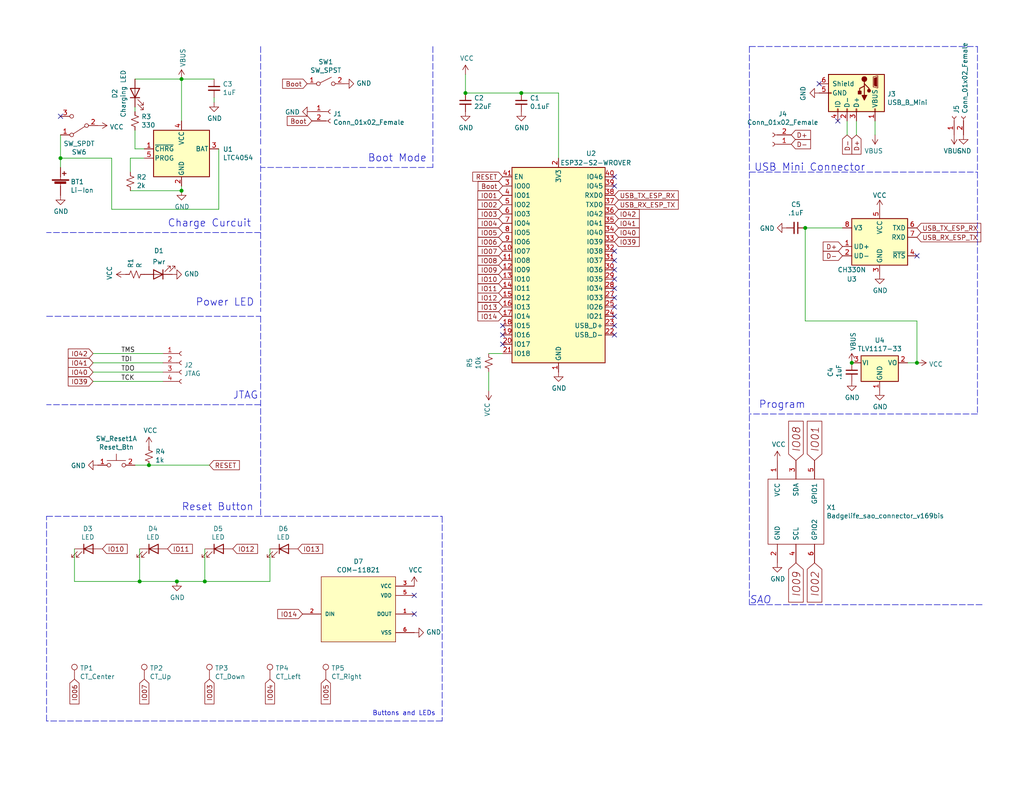
<source format=kicad_sch>
(kicad_sch (version 20211123) (generator eeschema)
  (paper "USLetter")
  (title_block (title "Prospect Boards") (date "2021-10-02") (rev "1.1") (company "BadgePirates") (comment 1 "ESP32-S2 WROVER") (comment 2 "Li-Ion Charging") (comment 3 "USB to Serial Connector"))
  (lib_symbols
    (symbol "Battery_Management:LTC4054ES5-4.2" (pin_names (offset 0.254))
      (property "Reference" "U" (at -5.842 6.604 0))
      (property "Value" "LTC4054ES5-4.2" (at 1.524 6.604 0))
      (symbol "LTC4054ES5-4.2_0_1"
        (rectangle (start -7.62 5.08) (end 7.62 -7.62) (stroke (width 0.254)) (fill (type background)))
      )
      (symbol "LTC4054ES5-4.2_1_1"
        (pin open_collector line (at -10.16 0 0) (length 2.54) (name "~{CHRG}") (number "1"))
        (pin power_in line (at 0 -10.16 90) (length 2.54) (name "GND") (number "2"))
        (pin power_out line (at 10.16 0 180) (length 2.54) (name "BAT") (number "3"))
        (pin power_in line (at 0 7.62 270) (length 2.54) (name "VCC") (number "4"))
        (pin bidirectional line (at -10.16 -2.54 0) (length 2.54) (name "PROG") (number "5"))
      )
    )
    (symbol "Connector:Conn_01x02_Female" (pin_names (offset 1.016) hide)
      (property "Reference" "J" (at 0 2.54 0))
      (property "Value" "Conn_01x02_Female" (at 0 -5.08 0))
      (symbol "Conn_01x02_Female_1_1"
        (arc (start 0 -2.032) (mid -0.508 -2.54) (end 0 -3.048) (stroke (width 0.1524)))
        (polyline (pts (xy -1.27 -2.54) (xy -0.508 -2.54)) (stroke (width 0.1524)))
        (polyline (pts (xy -1.27 0) (xy -0.508 0)) (stroke (width 0.1524)))
        (arc (start 0 0.508) (mid -0.508 0) (end 0 -0.508) (stroke (width 0.1524)))
        (pin passive line (at -5.08 0 0) (length 3.81) (name "Pin_1") (number "1"))
        (pin passive line (at -5.08 -2.54 0) (length 3.81) (name "Pin_2") (number "2"))
      )
    )
    (symbol "Connector:Conn_01x04_Female" (pin_names (offset 1.016) hide)
      (property "Reference" "J" (at 0 5.08 0))
      (property "Value" "Conn_01x04_Female" (at 0 -7.62 0))
      (symbol "Conn_01x04_Female_1_1"
        (arc (start 0 -4.572) (mid -0.508 -5.08) (end 0 -5.588) (stroke (width 0.1524)))
        (arc (start 0 -2.032) (mid -0.508 -2.54) (end 0 -3.048) (stroke (width 0.1524)))
        (polyline (pts (xy -1.27 -5.08) (xy -0.508 -5.08)) (stroke (width 0.1524)))
        (polyline (pts (xy -1.27 -2.54) (xy -0.508 -2.54)) (stroke (width 0.1524)))
        (polyline (pts (xy -1.27 0) (xy -0.508 0)) (stroke (width 0.1524)))
        (polyline (pts (xy -1.27 2.54) (xy -0.508 2.54)) (stroke (width 0.1524)))
        (arc (start 0 0.508) (mid -0.508 0) (end 0 -0.508) (stroke (width 0.1524)))
        (arc (start 0 3.048) (mid -0.508 2.54) (end 0 2.032) (stroke (width 0.1524)))
        (pin passive line (at -5.08 2.54 0) (length 3.81) (name "Pin_1") (number "1"))
        (pin passive line (at -5.08 0 0) (length 3.81) (name "Pin_2") (number "2"))
        (pin passive line (at -5.08 -2.54 0) (length 3.81) (name "Pin_3") (number "3"))
        (pin passive line (at -5.08 -5.08 0) (length 3.81) (name "Pin_4") (number "4"))
      )
    )
    (symbol "Connector:TestPoint" (pin_numbers hide) (pin_names (offset 0.762) hide)
      (property "Reference" "TP" (at 0 6.858 0))
      (property "Value" "TestPoint" (at 0 5.08 0))
      (symbol "TestPoint_0_1"
        (circle (center 0 3.302) (radius 0.762))
      )
      (symbol "TestPoint_1_1"
        (pin passive line (at 0 0 90) (length 2.54) (name "1") (number "1"))
      )
    )
    (symbol "Connector:USB_B_Mini" (pin_names (offset 1.016))
      (property "Reference" "J" (at -5.08 11.43 0))
      (property "Value" "USB_B_Mini" (at -5.08 8.89 0))
      (symbol "USB_B_Mini_0_1"
        (rectangle (start -5.08 -7.62) (end 5.08 7.62) (stroke (width 0.254)) (fill (type background)))
        (circle (center -3.81 2.159) (radius 0.635) (stroke (width 0.254)) (fill (type outline)))
        (circle (center -0.635 3.429) (radius 0.381) (stroke (width 0.254)) (fill (type outline)))
        (rectangle (start -0.127 -7.62) (end 0.127 -6.858))
        (polyline (pts (xy -1.905 2.159) (xy 0.635 2.159)) (stroke (width 0.254)))
        (polyline (pts (xy -3.175 2.159) (xy -2.54 2.159) (xy -1.27 3.429) (xy -0.635 3.429)) (stroke (width 0.254)))
        (polyline (pts (xy -2.54 2.159) (xy -1.905 2.159) (xy -1.27 0.889) (xy 0 0.889)) (stroke (width 0.254)))
        (polyline (pts (xy 0.635 2.794) (xy 0.635 1.524) (xy 1.905 2.159) (xy 0.635 2.794)) (stroke (width 0.254)) (fill (type outline)))
        (polyline (pts (xy -4.318 5.588) (xy -1.778 5.588) (xy -2.032 4.826) (xy -4.064 4.826) (xy -4.318 5.588)) (fill (type outline)))
        (polyline (pts (xy -4.699 5.842) (xy -4.699 5.588) (xy -4.445 4.826) (xy -4.445 4.572) (xy -1.651 4.572) (xy -1.651 4.826) (xy -1.397 5.588) (xy -1.397 5.842) (xy -4.699 5.842)))
        (rectangle (start 0.254 1.27) (end -0.508 0.508) (stroke (width 0.254)) (fill (type outline)))
        (rectangle (start 5.08 -5.207) (end 4.318 -4.953))
        (rectangle (start 5.08 -2.667) (end 4.318 -2.413))
        (rectangle (start 5.08 -0.127) (end 4.318 0.127))
        (rectangle (start 5.08 4.953) (end 4.318 5.207))
      )
      (symbol "USB_B_Mini_1_1"
        (pin power_out line (at 7.62 5.08 180) (length 2.54) (name "VBUS") (number "1"))
        (pin bidirectional line (at 7.62 -2.54 180) (length 2.54) (name "D-") (number "2"))
        (pin bidirectional line (at 7.62 0 180) (length 2.54) (name "D+") (number "3"))
        (pin passive line (at 7.62 -5.08 180) (length 2.54) (name "ID") (number "4"))
        (pin power_out line (at 0 -10.16 90) (length 2.54) (name "GND") (number "5"))
        (pin passive line (at -2.54 -10.16 90) (length 2.54) (name "Shield") (number "6"))
      )
    )
    (symbol "Device:Battery_Cell" (pin_numbers hide) (pin_names (offset 0) hide)
      (property "Reference" "BT" (at 2.54 2.54 0))
      (property "Value" "Battery_Cell" (at 2.54 0 0))
      (symbol "Battery_Cell_0_1"
        (rectangle (start -2.286 1.778) (end 2.286 1.524) (fill (type outline)))
        (rectangle (start -1.5748 1.1938) (end 1.4732 0.6858) (fill (type outline)))
        (polyline (pts (xy 0 0.762) (xy 0 0)))
        (polyline (pts (xy 0 1.778) (xy 0 2.54)))
        (polyline (pts (xy 0.508 3.429) (xy 1.524 3.429)) (stroke (width 0.254)))
        (polyline (pts (xy 1.016 3.937) (xy 1.016 2.921)) (stroke (width 0.254)))
      )
      (symbol "Battery_Cell_1_1"
        (pin passive line (at 0 5.08 270) (length 2.54) (name "+") (number "1"))
        (pin passive line (at 0 -2.54 90) (length 2.54) (name "-") (number "2"))
      )
    )
    (symbol "Device:C_Small" (pin_numbers hide) (pin_names (offset 0.254) hide)
      (property "Reference" "C" (at 0.254 1.778 0))
      (property "Value" "C_Small" (at 0.254 -2.032 0))
      (symbol "C_Small_0_1"
        (polyline (pts (xy -1.524 -0.508) (xy 1.524 -0.508)) (stroke (width 0.3302)))
        (polyline (pts (xy -1.524 0.508) (xy 1.524 0.508)) (stroke (width 0.3048)))
      )
      (symbol "C_Small_1_1"
        (pin passive line (at 0 2.54 270) (length 2.032) (name "~") (number "1"))
        (pin passive line (at 0 -2.54 90) (length 2.032) (name "~") (number "2"))
      )
    )
    (symbol "Device:LED" (pin_numbers hide) (pin_names (offset 1.016) hide)
      (property "Reference" "D" (at 0 2.54 0))
      (property "Value" "LED" (at 0 -2.54 0))
      (symbol "LED_0_1"
        (polyline (pts (xy -1.27 -1.27) (xy -1.27 1.27)) (stroke (width 0.254)))
        (polyline (pts (xy -1.27 0) (xy 1.27 0)))
        (polyline (pts (xy 1.27 -1.27) (xy 1.27 1.27) (xy -1.27 0) (xy 1.27 -1.27)) (stroke (width 0.254)))
        (polyline (pts (xy -3.048 -0.762) (xy -4.572 -2.286) (xy -3.81 -2.286) (xy -4.572 -2.286) (xy -4.572 -1.524)))
        (polyline (pts (xy -1.778 -0.762) (xy -3.302 -2.286) (xy -2.54 -2.286) (xy -3.302 -2.286) (xy -3.302 -1.524)))
      )
      (symbol "LED_1_1"
        (pin passive line (at -3.81 0 0) (length 2.54) (name "K") (number "1"))
        (pin passive line (at 3.81 0 180) (length 2.54) (name "A") (number "2"))
      )
    )
    (symbol "Device:R_Small_US" (pin_numbers hide) (pin_names (offset 0.254) hide)
      (property "Reference" "R" (at 0.762 0.508 0))
      (property "Value" "R_Small_US" (at 0.762 -1.016 0))
      (symbol "R_Small_US_1_1"
        (polyline (pts (xy 0 0) (xy 1.016 -0.381) (xy 0 -0.762) (xy -1.016 -1.143) (xy 0 -1.524)))
        (polyline (pts (xy 0 1.524) (xy 1.016 1.143) (xy 0 0.762) (xy -1.016 0.381) (xy 0 0)))
        (pin passive line (at 0 2.54 270) (length 1.016) (name "~") (number "1"))
        (pin passive line (at 0 -2.54 90) (length 1.016) (name "~") (number "2"))
      )
    )
    (symbol "Interface_USB:CH330N"
      (property "Reference" "U" (at -7.62 6.35 0))
      (property "Value" "CH330N" (at 7.62 6.35 0))
      (symbol "CH330N_0_1"
        (rectangle (start -7.62 5.08) (end 7.62 -7.62) (stroke (width 0.254)) (fill (type background)))
      )
      (symbol "CH330N_1_1"
        (pin bidirectional line (at -10.16 -2.54 0) (length 2.54) (name "UD+") (number "1"))
        (pin bidirectional line (at -10.16 -5.08 0) (length 2.54) (name "UD-") (number "2"))
        (pin power_in line (at 0 -10.16 90) (length 2.54) (name "GND") (number "3"))
        (pin output line (at 10.16 -5.08 180) (length 2.54) (name "~{RTS}") (number "4"))
        (pin power_in line (at 0 7.62 270) (length 2.54) (name "VCC") (number "5"))
        (pin output line (at 10.16 2.54 180) (length 2.54) (name "TXD") (number "6"))
        (pin input line (at 10.16 0 180) (length 2.54) (name "RXD") (number "7"))
        (pin passive line (at -10.16 2.54 0) (length 2.54) (name "V3") (number "8"))
      )
    )
    (symbol "ProspectBoards-rescue:Badgelife_sao_connector_v169bis-ShittyAddOn" (pin_names (offset 1.016))
      (property "Reference" "X" (at 0 0 0))
      (property "Value" "Badgelife_sao_connector_v169bis-ShittyAddOn" (at 0 20.32 0))
      (symbol "Badgelife_sao_connector_v169bis-ShittyAddOn_0_1"
        (rectangle (start -7.62 8.89) (end 7.62 -8.89))
      )
      (symbol "Badgelife_sao_connector_v169bis-ShittyAddOn_1_1"
        (pin input line (at -5.08 13.97 270) (length 5.08) (name "VCC") (number "1"))
        (pin input line (at -5.08 -13.97 90) (length 5.08) (name "GND") (number "2"))
        (pin input line (at 0 13.97 270) (length 5.08) (name "SDA") (number "3"))
        (pin input line (at 0 -13.97 90) (length 5.08) (name "SCL") (number "4"))
        (pin input line (at 5.08 13.97 270) (length 5.08) (name "GPIO1") (number "5"))
        (pin input line (at 5.08 -13.97 90) (length 5.08) (name "GPIO2") (number "6"))
      )
    )
    (symbol "RF_Module:ESP32-S2-WROVER"
      (property "Reference" "U" (at -12.7 29.21 0))
      (property "Value" "ESP32-S2-WROVER" (at 2.54 29.21 0))
      (symbol "ESP32-S2-WROVER_0_1"
        (rectangle (start -12.7 27.94) (end 12.7 -25.4) (stroke (width 0.254)) (fill (type background)))
      )
      (symbol "ESP32-S2-WROVER_1_1"
        (pin power_in line (at 0 -27.94 90) (length 2.54) (name "GND") (number "1"))
        (pin bidirectional line (at -15.24 5.08 0) (length 2.54) (name "IO07") (number "10"))
        (pin bidirectional line (at -15.24 2.54 0) (length 2.54) (name "IO08") (number "11"))
        (pin bidirectional line (at -15.24 0 0) (length 2.54) (name "IO09") (number "12"))
        (pin bidirectional line (at -15.24 -2.54 0) (length 2.54) (name "IO10") (number "13"))
        (pin bidirectional line (at -15.24 -5.08 0) (length 2.54) (name "IO11") (number "14"))
        (pin bidirectional line (at -15.24 -7.62 0) (length 2.54) (name "IO12") (number "15"))
        (pin bidirectional line (at -15.24 -10.16 0) (length 2.54) (name "IO13") (number "16"))
        (pin bidirectional line (at -15.24 -12.7 0) (length 2.54) (name "IO14") (number "17"))
        (pin bidirectional line (at -15.24 -15.24 0) (length 2.54) (name "IO15") (number "18"))
        (pin bidirectional line (at -15.24 -17.78 0) (length 2.54) (name "IO16") (number "19"))
        (pin power_in line (at 0 30.48 270) (length 2.54) (name "3V3") (number "2"))
        (pin bidirectional line (at -15.24 -20.32 0) (length 2.54) (name "IO17") (number "20"))
        (pin bidirectional line (at -15.24 -22.86 0) (length 2.54) (name "IO18") (number "21"))
        (pin bidirectional line (at 15.24 -17.78 180) (length 2.54) (name "USB_D-") (number "22"))
        (pin bidirectional line (at 15.24 -15.24 180) (length 2.54) (name "USB_D+") (number "23"))
        (pin bidirectional line (at 15.24 -12.7 180) (length 2.54) (name "IO21") (number "24"))
        (pin bidirectional line (at 15.24 -10.16 180) (length 2.54) (name "IO26") (number "25"))
        (pin passive line (at 0 -27.94 90) (length 2.54) hide (name "GND") (number "26"))
        (pin bidirectional line (at 15.24 -7.62 180) (length 2.54) (name "IO33") (number "27"))
        (pin bidirectional line (at 15.24 -5.08 180) (length 2.54) (name "IO34") (number "28"))
        (pin bidirectional line (at 15.24 -2.54 180) (length 2.54) (name "IO35") (number "29"))
        (pin bidirectional line (at -15.24 22.86 0) (length 2.54) (name "IO00") (number "3"))
        (pin bidirectional line (at 15.24 0 180) (length 2.54) (name "IO36") (number "30"))
        (pin bidirectional line (at 15.24 2.54 180) (length 2.54) (name "IO37") (number "31"))
        (pin bidirectional line (at 15.24 5.08 180) (length 2.54) (name "IO38") (number "32"))
        (pin bidirectional line (at 15.24 7.62 180) (length 2.54) (name "IO39") (number "33"))
        (pin bidirectional line (at 15.24 10.16 180) (length 2.54) (name "IO40") (number "34"))
        (pin bidirectional line (at 15.24 12.7 180) (length 2.54) (name "IO41") (number "35"))
        (pin bidirectional line (at 15.24 15.24 180) (length 2.54) (name "IO42") (number "36"))
        (pin bidirectional line (at 15.24 17.78 180) (length 2.54) (name "TXD0") (number "37"))
        (pin bidirectional line (at 15.24 20.32 180) (length 2.54) (name "RXD0") (number "38"))
        (pin bidirectional line (at 15.24 22.86 180) (length 2.54) (name "IO45") (number "39"))
        (pin bidirectional line (at -15.24 20.32 0) (length 2.54) (name "IO01") (number "4"))
        (pin input line (at 15.24 25.4 180) (length 2.54) (name "IO46") (number "40"))
        (pin input line (at -15.24 25.4 0) (length 2.54) (name "EN") (number "41"))
        (pin passive line (at 0 -27.94 90) (length 2.54) hide (name "GND") (number "42"))
        (pin passive line (at 0 -27.94 90) (length 2.54) hide (name "GND") (number "43"))
        (pin bidirectional line (at -15.24 17.78 0) (length 2.54) (name "IO02") (number "5"))
        (pin bidirectional line (at -15.24 15.24 0) (length 2.54) (name "IO03") (number "6"))
        (pin bidirectional line (at -15.24 12.7 0) (length 2.54) (name "IO04") (number "7"))
        (pin bidirectional line (at -15.24 10.16 0) (length 2.54) (name "IO05") (number "8"))
        (pin bidirectional line (at -15.24 7.62 0) (length 2.54) (name "IO06") (number "9"))
      )
    )
    (symbol "RGBLED:COM-11821" (pin_names (offset 1.016))
      (property "Reference" "D" (at -10.16 10.922 0))
      (property "Value" "RGBLED_COM-11821" (at -10.16 -10.16 0))
      (symbol "COM-11821_0_0"
        (rectangle (start -10.16 -7.62) (end 10.16 10.16) (stroke (width 0.1524)) (fill (type background)))
        (pin output line (at 15.24 0 180) (length 5.08) (name "DOUT") (number "1"))
        (pin input line (at -15.24 0 0) (length 5.08) (name "DIN") (number "2"))
        (pin power_in line (at 15.24 7.62 180) (length 5.08) (name "VCC") (number "3"))
        (pin power_in line (at 15.24 5.08 180) (length 5.08) (name "VDD") (number "5"))
        (pin power_in line (at 15.24 -5.08 180) (length 5.08) (name "VSS") (number "6"))
      )
    )
    (symbol "Regulator_Linear:TLV1117-33" (pin_names (offset 0.254))
      (property "Reference" "U" (at -3.81 3.175 0))
      (property "Value" "TLV1117-33" (at 0 3.175 0))
      (symbol "TLV1117-33_0_1"
        (rectangle (start -5.08 -5.08) (end 5.08 1.905) (stroke (width 0.254)) (fill (type background)))
      )
      (symbol "TLV1117-33_1_1"
        (pin power_in line (at 0 -7.62 90) (length 2.54) (name "GND") (number "1"))
        (pin power_out line (at 7.62 0 180) (length 2.54) (name "VO") (number "2"))
        (pin power_in line (at -7.62 0 0) (length 2.54) (name "VI") (number "3"))
      )
    )
    (symbol "Switch:SW_Push_Dual_x2" (pin_names (offset 1.016) hide)
      (property "Reference" "SW" (at 1.27 2.54 0))
      (property "Value" "SW_Push_Dual_x2" (at 0 -1.524 0))
      (symbol "SW_Push_Dual_x2_0_1"
        (circle (center -2.032 0) (radius 0.508))
        (polyline (pts (xy 0 1.27) (xy 0 3.048)))
        (polyline (pts (xy 2.54 1.27) (xy -2.54 1.27)))
        (circle (center 2.032 0) (radius 0.508))
      )
      (symbol "SW_Push_Dual_x2_1_1"
        (pin passive line (at -5.08 0 0) (length 2.54) (name "C") (number "1"))
        (pin passive line (at 5.08 0 180) (length 2.54) (name "D") (number "2"))
      )
      (symbol "SW_Push_Dual_x2_2_1"
        (pin passive line (at -5.08 0 0) (length 2.54) (name "C") (number "3"))
        (pin passive line (at 5.08 0 180) (length 2.54) (name "D") (number "4"))
      )
    )
    (symbol "Switch:SW_SPDT" (pin_names (offset 0) hide)
      (property "Reference" "SW" (at 0 4.318 0))
      (property "Value" "SW_SPDT" (at 0 -5.08 0))
      (symbol "SW_SPDT_0_0"
        (circle (center -2.032 0) (radius 0.508))
        (circle (center 2.032 -2.54) (radius 0.508))
      )
      (symbol "SW_SPDT_0_1"
        (polyline (pts (xy -1.524 0.254) (xy 1.651 2.286)))
        (circle (center 2.032 2.54) (radius 0.508))
      )
      (symbol "SW_SPDT_1_1"
        (pin passive line (at 5.08 2.54 180) (length 2.54) (name "A") (number "1"))
        (pin passive line (at -5.08 0 0) (length 2.54) (name "B") (number "2"))
        (pin passive line (at 5.08 -2.54 180) (length 2.54) (name "C") (number "3"))
      )
    )
    (symbol "Switch:SW_SPST" (pin_names (offset 0) hide)
      (property "Reference" "SW" (at 0 3.175 0))
      (property "Value" "SW_SPST" (at 0 -2.54 0))
      (symbol "SW_SPST_0_0"
        (circle (center -2.032 0) (radius 0.508))
        (polyline (pts (xy -1.524 0.254) (xy 1.524 1.778)))
        (circle (center 2.032 0) (radius 0.508))
      )
      (symbol "SW_SPST_1_1"
        (pin passive line (at -5.08 0 0) (length 2.54) (name "A") (number "1"))
        (pin passive line (at 5.08 0 180) (length 2.54) (name "B") (number "2"))
      )
    )
    (symbol "power:GND" (power) (pin_names (offset 0))
      (property "Value" "GND" (at 0 -3.81 0))
      (symbol "GND_0_1"
        (polyline (pts (xy 0 0) (xy 0 -1.27) (xy 1.27 -1.27) (xy 0 -2.54) (xy -1.27 -1.27) (xy 0 -1.27)))
      )
      (symbol "GND_1_1"
        (pin power_in line (at 0 0 270) (length 0) hide (name "GND") (number "1"))
      )
    )
    (symbol "power:VBUS" (power) (pin_names (offset 0))
      (property "Value" "VBUS" (at 0 3.81 0))
      (symbol "VBUS_0_1"
        (polyline (pts (xy -0.762 1.27) (xy 0 2.54)))
        (polyline (pts (xy 0 0) (xy 0 2.54)))
        (polyline (pts (xy 0 2.54) (xy 0.762 1.27)))
      )
      (symbol "VBUS_1_1"
        (pin power_in line (at 0 0 90) (length 0) hide (name "VBUS") (number "1"))
      )
    )
    (symbol "power:VCC" (power) (pin_names (offset 0))
      (property "Value" "VCC" (at 0 3.81 0))
      (symbol "VCC_0_1"
        (polyline (pts (xy -0.762 1.27) (xy 0 2.54)))
        (polyline (pts (xy 0 0) (xy 0 2.54)))
        (polyline (pts (xy 0 2.54) (xy 0.762 1.27)))
      )
      (symbol "VCC_1_1"
        (pin power_in line (at 0 0 90) (length 0) hide (name "VCC") (number "1"))
      )
    )
  )
  (junction (at 55.88 158.75))
  (junction (at 49.53 52.07))
  (junction (at 250.19 99.06))
  (junction (at 219.71 62.23))
  (junction (at 38.1 158.75))
  (junction (at 127 25.4))
  (junction (at 48.26 158.75))
  (junction (at 142.24 25.4))
  (junction (at 232.41 99.06))
  (junction (at 40.64 127))
  (junction (at 16.51 43.18))
  (junction (at 49.53 21.59))
  (no_connect (at 113.03 167.64))
  (no_connect (at 167.64 50.8))
  (no_connect (at 167.64 91.44))
  (no_connect (at 228.6 33.02))
  (no_connect (at 16.51 31.75))
  (no_connect (at 167.64 68.58))
  (no_connect (at 137.16 93.98))
  (no_connect (at 167.64 78.74))
  (no_connect (at 137.16 91.44))
  (no_connect (at 167.64 81.28))
  (no_connect (at 167.64 76.2))
  (no_connect (at 250.19 69.85))
  (no_connect (at 167.64 86.36))
  (no_connect (at 167.64 73.66))
  (no_connect (at 113.03 162.56))
  (no_connect (at 167.64 83.82))
  (no_connect (at 167.64 71.12))
  (no_connect (at 223.52 22.86))
  (no_connect (at 167.64 88.9))
  (no_connect (at 167.64 48.26))
  (no_connect (at 229.87 -52.07))
  (no_connect (at 137.16 88.9))
  (wire (pts (xy 25.4 96.52) (xy 44.45 96.52)))
  (wire (pts (xy 127 25.4) (xy 142.24 25.4)))
  (wire (pts (xy 35.56 52.07) (xy 49.53 52.07)))
  (wire (pts (xy 58.42 26.67) (xy 58.42 27.94)))
  (wire (pts (xy 48.26 158.75) (xy 55.88 158.75)))
  (polyline (pts (xy 120.65 196.85) (xy 12.7 196.85)))
  (polyline (pts (xy 71.12 86.36) (xy 71.12 140.97)))
  (wire (pts (xy 142.24 25.4) (xy 152.4 25.4)))
  (wire (pts (xy 231.14 33.02) (xy 231.14 36.83)))
  (wire (pts (xy 20.32 158.75) (xy 38.1 158.75)))
  (wire (pts (xy 233.68 33.02) (xy 233.68 36.83)))
  (wire (pts (xy 55.88 149.86) (xy 55.88 158.75)))
  (polyline (pts (xy 12.7 86.36) (xy 71.12 86.36)))
  (wire (pts (xy 36.83 127) (xy 40.64 127)))
  (wire (pts (xy 137.16 96.52) (xy 133.35 96.52)))
  (polyline (pts (xy 120.65 140.97) (xy 120.65 196.85)))
  (polyline (pts (xy 71.12 63.5) (xy 12.7 63.5)))
  (polyline (pts (xy 118.11 45.72) (xy 71.12 45.72)))
  (wire (pts (xy 73.66 158.75) (xy 73.66 149.86)))
  (polyline (pts (xy 71.12 12.7) (xy 71.12 39.37)))
  (wire (pts (xy 30.48 57.15) (xy 30.48 43.18)))
  (wire (pts (xy 39.37 43.18) (xy 35.56 43.18)))
  (polyline (pts (xy 204.47 12.7) (xy 204.47 165.1)))
  (wire (pts (xy 59.69 57.15) (xy 30.48 57.15)))
  (polyline (pts (xy 71.12 110.49) (xy 12.7 110.49)))
  (polyline (pts (xy 204.47 46.99) (xy 266.7 46.99)))
  (wire (pts (xy 25.4 101.6) (xy 44.45 101.6)))
  (wire (pts (xy 133.35 101.6) (xy 133.35 106.68)))
  (wire (pts (xy 152.4 25.4) (xy 152.4 43.18)))
  (wire (pts (xy 49.53 21.59) (xy 58.42 21.59)))
  (wire (pts (xy 35.56 43.18) (xy 35.56 46.99)))
  (polyline (pts (xy 118.11 12.7) (xy 118.11 45.72)))
  (wire (pts (xy 247.65 99.06) (xy 250.19 99.06)))
  (wire (pts (xy 38.1 149.86) (xy 38.1 158.75)))
  (wire (pts (xy 219.71 62.23) (xy 219.71 87.63)))
  (wire (pts (xy 127 25.4) (xy 127 20.32)))
  (polyline (pts (xy 204.47 12.7) (xy 266.7 12.7)))
  (wire (pts (xy 20.32 149.86) (xy 20.32 158.75)))
  (wire (pts (xy 38.1 158.75) (xy 48.26 158.75)))
  (polyline (pts (xy 12.7 196.85) (xy 12.7 140.97)))
  (wire (pts (xy 219.71 87.63) (xy 250.19 87.63)))
  (wire (pts (xy 36.83 35.56) (xy 36.83 40.64)))
  (wire (pts (xy 25.4 99.06) (xy 44.45 99.06)))
  (wire (pts (xy 36.83 21.59) (xy 49.53 21.59)))
  (wire (pts (xy 49.53 50.8) (xy 49.53 52.07)))
  (wire (pts (xy 59.69 40.64) (xy 59.69 57.15)))
  (wire (pts (xy 30.48 43.18) (xy 16.51 43.18)))
  (wire (pts (xy 16.51 36.83) (xy 16.51 43.18)))
  (polyline (pts (xy 12.7 140.97) (xy 120.65 140.97)))
  (wire (pts (xy 36.83 29.21) (xy 36.83 30.48)))
  (wire (pts (xy 250.19 87.63) (xy 250.19 99.06)))
  (polyline (pts (xy 266.7 113.03) (xy 204.47 113.03)))
  (wire (pts (xy 238.76 33.02) (xy 238.76 36.83)))
  (wire (pts (xy 49.53 21.59) (xy 49.53 33.02)))
  (wire (pts (xy 55.88 158.75) (xy 73.66 158.75)))
  (wire (pts (xy 25.4 104.14) (xy 44.45 104.14)))
  (wire (pts (xy 229.87 62.23) (xy 219.71 62.23)))
  (polyline (pts (xy 71.12 40.64) (xy 71.12 85.09)))
  (wire (pts (xy 36.83 40.64) (xy 39.37 40.64)))
  (polyline (pts (xy 267.97 165.1) (xy 204.47 165.1)))
  (wire (pts (xy 16.51 43.18) (xy 16.51 45.72)))
  (wire (pts (xy 40.64 127) (xy 57.15 127)))
  (polyline (pts (xy 266.7 12.7) (xy 266.7 113.03)))
  (text "Power LED" (at 53.34 83.82 0) (effects (font (size 2.0066 2.0066)) (justify left bottom)))
  (text "Boot Mode" (at 100.33 44.45 0) (effects (font (size 2.0066 2.0066)) (justify left bottom)))
  (text "SAO" (at 204.47 165.1 0) (effects (font (size 2.0066 2.0066) italic) (justify left bottom)))
  (text "Charge Curcuit\n" (at 45.72 62.23 0) (effects (font (size 2.0066 2.0066)) (justify left bottom)))
  (text "USB Mini Connector" (at 205.74 46.99 0) (effects (font (size 2.0066 2.0066)) (justify left bottom)))
  (text "JTAG" (at 63.5 109.22 0) (effects (font (size 2.0066 2.0066)) (justify left bottom)))
  (text "Program" (at 207.01 111.76 0) (effects (font (size 2.0066 2.0066)) (justify left bottom)))
  (text "Buttons and LEDs" (at 101.6 195.58 0) (effects (font (size 1.27 1.27)) (justify left bottom)))
  (text "Reset Button\n" (at 49.53 139.7 0) (effects (font (size 2.0066 2.0066)) (justify left bottom)))
  (label "TDI" (at 33.02 99.06 0))
  (label "TMS" (at 33.02 96.52 0))
  (label "TCK" (at 33.02 104.14 0))
  (label "TDO" (at 33.02 101.6 0))
  (global_label "IO11" (shape input) (at 137.16 78.74 180) (property "Intersheet References" "${INTERSHEET_REFS}" (effects hide)))
  (global_label "D+" (shape input) (at 229.87 67.31 180) (property "Intersheet References" "${INTERSHEET_REFS}" (effects hide)))
  (global_label "IO01" (shape input) (at 137.16 53.34 180) (property "Intersheet References" "${INTERSHEET_REFS}" (effects hide)))
  (global_label "IO02" (shape input) (at 137.16 55.88 180) (property "Intersheet References" "${INTERSHEET_REFS}" (effects hide)))
  (global_label "IO09" (shape input) (at 137.16 73.66 180) (property "Intersheet References" "${INTERSHEET_REFS}" (effects hide)))
  (global_label "IO01" (shape input) (at 222.25 125.73 90) (effects (font (size 2.0066 2.0066) italic)) (property "Intersheet References" "${INTERSHEET_REFS}" (effects hide)))
  (global_label "USB_TX_ESP_RX" (shape input) (at 167.64 53.34 0) (property "Intersheet References" "${INTERSHEET_REFS}" (effects hide)))
  (global_label "IO05" (shape input) (at 88.9 185.42 270) (property "Intersheet References" "${INTERSHEET_REFS}" (effects hide)))
  (global_label "IO09" (shape input) (at 217.17 153.67 270) (effects (font (size 2.0066 2.0066) italic)) (property "Intersheet References" "${INTERSHEET_REFS}" (effects hide)))
  (global_label "IO05" (shape input) (at 137.16 63.5 180) (property "Intersheet References" "${INTERSHEET_REFS}" (effects hide)))
  (global_label "USB_TX_ESP_RX" (shape input) (at 250.19 62.23 0) (property "Intersheet References" "${INTERSHEET_REFS}" (effects hide)))
  (global_label "RESET" (shape input) (at 137.16 48.26 180) (property "Intersheet References" "${INTERSHEET_REFS}" (effects hide)))
  (global_label "USB_RX_ESP_TX" (shape input) (at 167.64 55.88 0) (property "Intersheet References" "${INTERSHEET_REFS}" (effects hide)))
  (global_label "IO06" (shape input) (at 20.32 185.42 270) (property "Intersheet References" "${INTERSHEET_REFS}" (effects hide)))
  (global_label "IO06" (shape input) (at 137.16 66.04 180) (property "Intersheet References" "${INTERSHEET_REFS}" (effects hide)))
  (global_label "IO10" (shape input) (at 27.94 149.86 0) (property "Intersheet References" "${INTERSHEET_REFS}" (effects hide)))
  (global_label "RESET" (shape input) (at 57.15 127 0) (property "Intersheet References" "${INTERSHEET_REFS}" (effects hide)))
  (global_label "IO07" (shape input) (at 137.16 68.58 180) (property "Intersheet References" "${INTERSHEET_REFS}" (effects hide)))
  (global_label "IO04" (shape input) (at 73.66 185.42 270) (property "Intersheet References" "${INTERSHEET_REFS}" (effects hide)))
  (global_label "D-" (shape input) (at 231.14 36.83 270) (property "Intersheet References" "${INTERSHEET_REFS}" (effects hide)))
  (global_label "IO03" (shape input) (at 57.15 185.42 270) (property "Intersheet References" "${INTERSHEET_REFS}" (effects hide)))
  (global_label "IO13" (shape input) (at 137.16 83.82 180) (property "Intersheet References" "${INTERSHEET_REFS}" (effects hide)))
  (global_label "IO04" (shape input) (at 137.16 60.96 180) (property "Intersheet References" "${INTERSHEET_REFS}" (effects hide)))
  (global_label "IO02" (shape input) (at 222.25 153.67 270) (effects (font (size 2.0066 2.0066) italic)) (property "Intersheet References" "${INTERSHEET_REFS}" (effects hide)))
  (global_label "Boot" (shape input) (at 83.82 22.86 180) (property "Intersheet References" "${INTERSHEET_REFS}" (effects hide)))
  (global_label "IO12" (shape input) (at 63.5 149.86 0) (property "Intersheet References" "${INTERSHEET_REFS}" (effects hide)))
  (global_label "Boot" (shape input) (at 85.09 33.02 180) (property "Intersheet References" "${INTERSHEET_REFS}" (effects hide)))
  (global_label "D+" (shape input) (at 215.9 36.83 0) (property "Intersheet References" "${INTERSHEET_REFS}" (effects hide)))
  (global_label "IO08" (shape input) (at 137.16 71.12 180) (property "Intersheet References" "${INTERSHEET_REFS}" (effects hide)))
  (global_label "IO13" (shape input) (at 81.28 149.86 0) (property "Intersheet References" "${INTERSHEET_REFS}" (effects hide)))
  (global_label "IO14" (shape input) (at 137.16 86.36 180) (property "Intersheet References" "${INTERSHEET_REFS}" (effects hide)))
  (global_label "D-" (shape input) (at 215.9 39.37 0) (property "Intersheet References" "${INTERSHEET_REFS}" (effects hide)))
  (global_label "D-" (shape input) (at 229.87 69.85 180) (property "Intersheet References" "${INTERSHEET_REFS}" (effects hide)))
  (global_label "Boot" (shape input) (at 137.16 50.8 180) (property "Intersheet References" "${INTERSHEET_REFS}" (effects hide)))
  (global_label "IO03" (shape input) (at 137.16 58.42 180) (property "Intersheet References" "${INTERSHEET_REFS}" (effects hide)))
  (global_label "IO42" (shape input) (at 25.4 96.52 180) (property "Intersheet References" "${INTERSHEET_REFS}" (effects hide)))
  (global_label "IO10" (shape input) (at 137.16 76.2 180) (property "Intersheet References" "${INTERSHEET_REFS}" (effects hide)))
  (global_label "IO07" (shape input) (at 39.37 185.42 270) (property "Intersheet References" "${INTERSHEET_REFS}" (effects hide)))
  (global_label "IO11" (shape input) (at 45.72 149.86 0) (property "Intersheet References" "${INTERSHEET_REFS}" (effects hide)))
  (global_label "IO41" (shape input) (at 25.4 99.06 180) (property "Intersheet References" "${INTERSHEET_REFS}" (effects hide)))
  (global_label "IO08" (shape input) (at 217.17 125.73 90) (effects (font (size 2.0066 2.0066) italic)) (property "Intersheet References" "${INTERSHEET_REFS}" (effects hide)))
  (global_label "IO39" (shape input) (at 25.4 104.14 180) (property "Intersheet References" "${INTERSHEET_REFS}" (effects hide)))
  (global_label "IO14" (shape input) (at 82.55 167.64 180) (property "Intersheet References" "${INTERSHEET_REFS}" (effects hide)))
  (global_label "IO12" (shape input) (at 137.16 81.28 180) (property "Intersheet References" "${INTERSHEET_REFS}" (effects hide)))
  (global_label "USB_RX_ESP_TX" (shape input) (at 250.19 64.77 0) (property "Intersheet References" "${INTERSHEET_REFS}" (effects hide)))
  (global_label "IO40" (shape input) (at 25.4 101.6 180) (property "Intersheet References" "${INTERSHEET_REFS}" (effects hide)))
  (global_label "D+" (shape input) (at 233.68 36.83 270) (property "Intersheet References" "${INTERSHEET_REFS}" (effects hide)))
  (global_label "IO39" (shape input) (at 167.64 66.04 0) (property "Intersheet References" "${INTERSHEET_REFS}" (effects hide)))
  (global_label "IO40" (shape input) (at 167.64 63.5 0) (property "Intersheet References" "${INTERSHEET_REFS}" (effects hide)))
  (global_label "IO42" (shape input) (at 167.64 58.42 0) (property "Intersheet References" "${INTERSHEET_REFS}" (effects hide)))
  (global_label "IO41" (shape input) (at 167.64 60.96 0) (property "Intersheet References" "${INTERSHEET_REFS}" (effects hide)))
  (symbol (lib_id "RF_Module:ESP32-S2-WROVER") (at 152.4 73.66 0) (unit 1)
    (property "Reference" "U2" (at 161.29 41.91 0))
    (property "Value" "ESP32-S2-WROVER" (at 162.56 44.45 0))
    (property "Footprint" "BadgePirate:ESP32-S2-WROVER" (effects hide))
    (property "Datasheet" "https://www.espressif.com/sites/default/files/documentation/esp32-s2-wroom_esp32-s2-wroom-i_datasheet_en.pdf" (effects hide))
  )
  (symbol (lib_id "Device:Battery_Cell") (at 16.51 50.8 0) (unit 1)
    (property "Reference" "BT1" (at 19.2532 49.6316 0) (effects (justify left)))
    (property "Value" "Li-Ion" (at 19.2532 51.943 0) (effects (justify left)))
    (property "Footprint" "BadgePirate:Keystone-1042-0" (effects hide))
  )
  (symbol (lib_id "Device:C_Small") (at 58.42 24.13 0) (unit 1)
    (property "Reference" "C3" (at 60.7568 22.9616 0) (effects (justify left)))
    (property "Value" "1uF" (at 60.7568 25.273 0) (effects (justify left)))
    (property "Footprint" "BadgePirate:C_0805_2012Metric" (effects hide))
  )
  (symbol (lib_id "power:GND") (at 48.26 158.75 0) (unit 1)
    (property "Reference" "#PWR0121" (effects hide))
    (property "Value" "GND" (at 48.387 163.1442 0))
  )
  (symbol (lib_id "power:GND") (at 58.42 27.94 0) (unit 1)
    (property "Reference" "#PWR0102" (effects hide))
    (property "Value" "GND" (at 58.547 32.3342 0))
  )
  (symbol (lib_id "Device:LED") (at 36.83 25.4 90) (unit 1)
    (property "Reference" "D2" (at 31.3182 25.5778 0))
    (property "Value" "Charging LED" (at 33.6296 25.5778 0))
    (property "Footprint" "BadgePirate:R_1206_3216Metric" (effects hide))
  )
  (symbol (lib_id "Device:LED") (at 43.18 74.93 180) (unit 1)
    (property "Reference" "D1" (at 43.3578 68.453 0))
    (property "Value" "Pwr" (at 43.3578 70.7644 0) (effects (justify bottom)))
    (property "Footprint" "BadgePirate:R_1206_3216Metric" (effects hide))
  )
  (symbol (lib_id "Switch:SW_SPDT") (at 21.59 34.29 180) (unit 1)
    (property "Reference" "SW6" (at 21.59 41.529 0))
    (property "Value" "SW_SPDT" (at 21.59 39.2176 0))
    (property "Footprint" "BadgePirate:SW_SPDT_PCM12" (effects hide))
  )
  (symbol (lib_id "Device:LED") (at 24.13 149.86 0) (unit 1)
    (property "Reference" "D3" (at 23.9522 144.3482 0))
    (property "Value" "LED" (at 23.9522 146.6596 0))
    (property "Footprint" "BadgePirate:LED_Osram_Lx_P47F_D2mm_ReverseMount_MaskNoHole" (effects hide))
  )
  (symbol (lib_id "Device:LED") (at 41.91 149.86 0) (unit 1)
    (property "Reference" "D4" (at 41.7322 144.3482 0))
    (property "Value" "LED" (at 41.7322 146.6596 0))
    (property "Footprint" "BadgePirate:LED_Osram_Lx_P47F_D2mm_ReverseMount_MaskNoHole" (effects hide))
  )
  (symbol (lib_id "Device:LED") (at 59.69 149.86 0) (unit 1)
    (property "Reference" "D5" (at 59.5122 144.3482 0))
    (property "Value" "LED" (at 59.5122 146.6596 0))
    (property "Footprint" "BadgePirate:LED_Osram_Lx_P47F_D2mm_ReverseMount_MaskNoHole" (effects hide))
  )
  (symbol (lib_id "Device:LED") (at 77.47 149.86 0) (unit 1)
    (property "Reference" "D6" (at 77.2922 144.3482 0))
    (property "Value" "LED" (at 77.2922 146.6596 0))
    (property "Footprint" "BadgePirate:LED_Osram_Lx_P47F_D2mm_ReverseMount_MaskNoHole" (effects hide))
  )
  (symbol (lib_id "power:GND") (at 152.4 101.6 0) (unit 1)
    (property "Reference" "#PWR0101" (effects hide))
    (property "Value" "GND" (at 152.527 105.9942 0))
  )
  (symbol (lib_id "Device:R_Small_US") (at 133.35 99.06 0) (unit 1)
    (property "Reference" "R5" (at 128.143 99.06 90))
    (property "Value" "10k" (at 130.4544 99.06 90))
    (property "Footprint" "BadgePirate:R_1206_3216Metric" (effects hide))
  )
  (symbol (lib_id "Device:C_Small") (at 142.24 27.94 0) (unit 1)
    (property "Reference" "C1" (at 144.5768 26.7716 0) (effects (justify left)))
    (property "Value" "0.1uF" (at 144.5768 29.083 0) (effects (justify left)))
    (property "Footprint" "BadgePirate:C_0805_2012Metric" (effects hide))
  )
  (symbol (lib_id "Device:C_Small") (at 127 27.94 0) (unit 1)
    (property "Reference" "C2" (at 129.3368 26.7716 0) (effects (justify left)))
    (property "Value" "22uF" (at 129.3368 29.083 0) (effects (justify left)))
    (property "Footprint" "BadgePirate:C_0805_2012Metric" (effects hide))
  )
  (symbol (lib_id "power:GND") (at 16.51 53.34 0) (unit 1)
    (property "Reference" "#PWR0104" (effects hide))
    (property "Value" "GND" (at 16.637 57.7342 0))
  )
  (symbol (lib_id "power:GND") (at 223.52 25.4 270) (unit 1)
    (property "Reference" "#PWR0105" (effects hide))
    (property "Value" "GND" (at 219.1258 25.527 0))
  )
  (symbol (lib_id "power:VBUS") (at 49.53 21.59 0) (unit 1)
    (property "Reference" "#PWR0103" (effects hide))
    (property "Value" "VBUS" (at 49.911 18.3388 90) (effects (justify left)))
  )
  (symbol (lib_id "power:VBUS") (at 238.76 36.83 180) (unit 1)
    (property "Reference" "#PWR0106" (effects hide))
    (property "Value" "VBUS" (at 238.379 41.2242 0))
  )
  (symbol (lib_id "power:VCC") (at 26.67 34.29 270) (unit 1)
    (property "Reference" "#PWR0107" (effects hide))
    (property "Value" "VCC" (at 29.9212 34.671 90) (effects (justify left)))
  )
  (symbol (lib_id "power:VCC") (at 34.29 74.93 90) (unit 1)
    (property "Reference" "#PWR0110" (effects hide))
    (property "Value" "VCC" (at 29.8958 74.549 0))
  )
  (symbol (lib_id "power:VCC") (at 127 20.32 0) (unit 1)
    (property "Reference" "#PWR0111" (effects hide))
    (property "Value" "VCC" (at 127.381 15.9258 0))
  )
  (symbol (lib_id "Battery_Management:LTC4054ES5-4.2") (at 49.53 40.64 0) (unit 1)
    (property "Reference" "U1" (at 60.8076 40.7416 0) (effects (justify left)))
    (property "Value" "LTC4054" (at 60.8076 43.053 0) (effects (justify left)))
    (property "Footprint" "BadgePirate:LTC4054" (effects hide))
    (property "Datasheet" "https://www.analog.com/media/en/technical-documentation/data-sheets/405442xf.pdf" (effects hide))
  )
  (symbol (lib_id "power:GND") (at 49.53 52.07 0) (unit 1)
    (property "Reference" "#PWR0112" (effects hide))
    (property "Value" "GND" (at 49.657 56.4642 0))
  )
  (symbol (lib_id "Device:R_Small_US") (at 36.83 33.02 0) (unit 1)
    (property "Reference" "R3" (at 38.5572 31.8516 0) (effects (justify left)))
    (property "Value" "330" (at 38.5572 34.163 0) (effects (justify left)))
    (property "Footprint" "BadgePirate:R_1206_3216Metric" (effects hide))
  )
  (symbol (lib_id "power:GND") (at 127 30.48 0) (unit 1)
    (property "Reference" "#PWR0108" (effects hide))
    (property "Value" "GND" (at 127.127 34.8742 0))
  )
  (symbol (lib_id "power:GND") (at 142.24 30.48 0) (unit 1)
    (property "Reference" "#PWR0109" (effects hide))
    (property "Value" "GND" (at 142.367 34.8742 0))
  )
  (symbol (lib_id "Device:R_Small_US") (at 35.56 49.53 0) (unit 1)
    (property "Reference" "R2" (at 37.2872 48.3616 0) (effects (justify left)))
    (property "Value" "2k" (at 37.2872 50.673 0) (effects (justify left)))
    (property "Footprint" "BadgePirate:R_1206_3216Metric" (effects hide))
  )
  (symbol (lib_id "Connector:Conn_01x04_Female") (at 49.53 99.06 0) (unit 1)
    (property "Reference" "J2" (at 50.2412 99.6696 0) (effects (justify left)))
    (property "Value" "JTAG" (at 50.2412 101.981 0) (effects (justify left)))
    (property "Footprint" "Digi:PinHeader_1x4_P2.54mm_Drill1.02mm" (effects hide))
  )
  (symbol (lib_id "power:VCC") (at 133.35 106.68 180) (unit 1)
    (property "Reference" "#PWR0114" (effects hide))
    (property "Value" "VCC" (at 132.969 109.9058 90) (effects (justify left)))
  )
  (symbol (lib_id "power:GND") (at 46.99 74.93 90) (unit 1)
    (property "Reference" "#PWR0113" (effects hide))
    (property "Value" "GND" (at 50.2412 74.803 90) (effects (justify right)))
  )
  (symbol (lib_id "Device:R_Small_US") (at 40.64 124.46 0) (unit 1)
    (property "Reference" "R4" (at 42.3672 123.2916 0) (effects (justify left)))
    (property "Value" "1k" (at 42.3672 125.603 0) (effects (justify left)))
    (property "Footprint" "BadgePirate:R_1206_3216Metric" (effects hide))
  )
  (symbol (lib_id "power:VCC") (at 40.64 121.92 0) (unit 1)
    (property "Reference" "#PWR0119" (effects hide))
    (property "Value" "VCC" (at 41.021 117.5258 0))
  )
  (symbol (lib_id "Device:R_Small_US") (at 36.83 74.93 90) (unit 1)
    (property "Reference" "R1" (at 35.6616 73.2028 0) (effects (justify left)))
    (property "Value" "R" (at 37.973 73.2028 0) (effects (justify left)))
    (property "Footprint" "BadgePirate:R_1206_3216Metric" (effects hide))
  )
  (symbol (lib_id "Interface_USB:CH330N") (at 240.03 64.77 0) (unit 1)
    (property "Reference" "U3" (at 232.41 76.2 0))
    (property "Value" "CH330N" (at 232.41 73.66 0))
    (property "Footprint" "BadgePirate:SOIC-8-1EP_W3.9mm" (effects hide))
    (property "Datasheet" "http://www.wch.cn/downloads/file/240.html" (effects hide))
  )
  (symbol (lib_id "Regulator_Linear:TLV1117-33") (at 240.03 99.06 0) (unit 1)
    (property "Reference" "U4" (at 240.03 92.9132 0))
    (property "Value" "TLV1117-33" (at 240.03 95.2246 0))
    (property "Footprint" "BadgePirate:SOT-223" (effects hide))
    (property "Datasheet" "http://www.ti.com/lit/ds/symlink/tlv1117.pdf" (effects hide))
  )
  (symbol (lib_id "power:GND") (at 240.03 74.93 0) (unit 1)
    (property "Reference" "#PWR0115" (effects hide))
    (property "Value" "GND" (at 240.157 79.3242 0))
  )
  (symbol (lib_id "power:GND") (at 240.03 106.68 0) (unit 1)
    (property "Reference" "#PWR0116" (effects hide))
    (property "Value" "GND" (at 240.157 111.0742 0))
  )
  (symbol (lib_id "Device:C_Small") (at 217.17 62.23 270) (unit 1)
    (property "Reference" "C5" (at 217.17 55.8292 90))
    (property "Value" ".1uF" (at 217.17 58.1406 90))
    (property "Footprint" "BadgePirate:C_0805_2012Metric" (effects hide))
  )
  (symbol (lib_id "power:GND") (at 214.63 62.23 270) (unit 1)
    (property "Reference" "#PWR0117" (effects hide))
    (property "Value" "GND" (at 211.3788 62.357 90) (effects (justify right)))
  )
  (symbol (lib_id "Connector:USB_B_Mini") (at 233.68 25.4 270) (unit 1)
    (property "Reference" "J3" (at 242.062 25.6794 90) (effects (justify left)))
    (property "Value" "USB_B_Mini" (at 242.062 27.9908 90) (effects (justify left)))
    (property "Footprint" "BadgePirate:USB_Micro-B_Wuerth_629105150521" (effects hide))
  )
  (symbol (lib_id "power:VCC") (at 250.19 99.06 270) (unit 1)
    (property "Reference" "#PWR0120" (effects hide))
    (property "Value" "VCC" (at 253.4412 99.441 90) (effects (justify left)))
  )
  (symbol (lib_id "Switch:SW_Push_Dual_x2") (at 31.75 127 0) (unit 1)
    (property "Reference" "SW_Reset1" (at 31.75 119.761 0))
    (property "Value" "Reset_Btn" (at 31.75 122.0724 0))
    (property "Footprint" "BadgePirates:Switch_Tactile_SMD_B3U-1000P-BPVersion" (effects hide))
  )
  (symbol (lib_id "power:GND") (at 26.67 127 270) (unit 1)
    (property "Reference" "#PWR0122" (effects hide))
    (property "Value" "GND" (at 23.4188 127.127 90) (effects (justify right)))
  )
  (symbol (lib_id "Device:C_Small") (at 232.41 101.6 0) (unit 1)
    (property "Reference" "C4" (at 226.5934 101.6 90))
    (property "Value" ".1uF" (at 228.9048 101.6 90))
    (property "Footprint" "BadgePirate:C_0805_2012Metric" (effects hide))
  )
  (symbol (lib_id "power:GND") (at 232.41 104.14 0) (unit 1)
    (property "Reference" "#PWR0125" (effects hide))
    (property "Value" "GND" (at 232.537 108.5342 0))
  )
  (symbol (lib_id "power:VCC") (at 240.03 57.15 0) (unit 1)
    (property "Reference" "#PWR0118" (effects hide))
    (property "Value" "VCC" (at 240.03 53.34 0))
  )
  (symbol (lib_id "Connector:TestPoint") (at 20.32 185.42 0) (unit 1)
    (property "Reference" "TP1" (at 21.7932 182.4228 0) (effects (justify left)))
    (property "Value" "CT_Center" (at 21.7932 184.7342 0) (effects (justify left)))
    (property "Footprint" "BadgePirate:TouchPad_10x10mm" (effects hide))
  )
  (symbol (lib_id "Connector:TestPoint") (at 39.37 185.42 0) (unit 1)
    (property "Reference" "TP2" (at 40.8432 182.4228 0) (effects (justify left)))
    (property "Value" "CT_Up" (at 40.8432 184.7342 0) (effects (justify left)))
    (property "Footprint" "BadgePirate:TouchPad_10x10mm" (effects hide))
  )
  (symbol (lib_id "Connector:TestPoint") (at 57.15 185.42 0) (unit 1)
    (property "Reference" "TP3" (at 58.6232 182.4228 0) (effects (justify left)))
    (property "Value" "CT_Down" (at 58.6232 184.7342 0) (effects (justify left)))
    (property "Footprint" "BadgePirate:TouchPad_10x10mm" (effects hide))
  )
  (symbol (lib_id "Connector:TestPoint") (at 73.66 185.42 0) (unit 1)
    (property "Reference" "TP4" (at 75.1332 182.4228 0) (effects (justify left)))
    (property "Value" "CT_Left" (at 75.1332 184.7342 0) (effects (justify left)))
    (property "Footprint" "BadgePirate:TouchPad_10x10mm" (effects hide))
  )
  (symbol (lib_id "Connector:TestPoint") (at 88.9 185.42 0) (unit 1)
    (property "Reference" "TP5" (at 90.3732 182.4228 0) (effects (justify left)))
    (property "Value" "CT_Right" (at 90.3732 184.7342 0) (effects (justify left)))
    (property "Footprint" "BadgePirate:TouchPad_10x10mm" (effects hide))
  )
  (symbol (lib_id "ProspectBoards-rescue:Badgelife_sao_connector_v169bis-ShittyAddOn") (at 217.17 139.7 0) (unit 1)
    (property "Reference" "X1" (at 225.5012 138.5316 0) (effects (justify left)))
    (property "Value" "Badgelife_sao_connector_v169bis" (at 225.5012 140.843 0) (effects (justify left)))
    (property "Footprint" "BadgePirate:Badgelife-SAOv169-BADGE-2x3_Back" (effects hide))
  )
  (symbol (lib_id "power:GND") (at 212.09 153.67 0) (unit 1)
    (property "Reference" "#PWR0123" (effects hide))
    (property "Value" "GND" (at 212.217 158.0642 0))
  )
  (symbol (lib_id "power:VCC") (at 212.09 125.73 0) (unit 1)
    (property "Reference" "#PWR0124" (effects hide))
    (property "Value" "VCC" (at 212.471 121.3358 0))
  )
  (symbol (lib_id "Connector:Conn_01x02_Female") (at 90.17 30.48 0) (unit 1)
    (property "Reference" "J1" (at 90.8812 31.0896 0) (effects (justify left)))
    (property "Value" "Conn_01x02_Female" (at 90.8812 33.401 0) (effects (justify left)))
    (property "Footprint" "BadgePirate:PinHeader_1x02_P2.54mm_Vertical" (effects hide))
  )
  (symbol (lib_id "power:GND") (at 85.09 30.48 270) (unit 1)
    (property "Reference" "#PWR0126" (effects hide))
    (property "Value" "GND" (at 81.8388 30.607 90) (effects (justify right)))
  )
  (symbol (lib_id "Connector:Conn_01x02_Female") (at 210.82 39.37 180) (unit 1)
    (property "Reference" "J4" (at 213.5632 31.115 0))
    (property "Value" "Conn_01x02_Female" (at 213.5632 33.4264 0))
    (property "Footprint" "BadgePiratesFootprints:PinHeader_1x02_P2.54mm_Vertical" (effects hide))
  )
  (symbol (lib_id "Connector:Conn_01x02_Female") (at 260.35 31.75 90) (unit 1)
    (property "Reference" "J5" (at 260.9596 31.0388 0) (effects (justify left)))
    (property "Value" "Conn_01x02_Female" (at 263.271 31.0388 0) (effects (justify left)))
    (property "Footprint" "BadgePiratesFootprints:PinHeader_1x02_P2.54mm_Vertical" (effects hide))
  )
  (symbol (lib_id "power:VBUS") (at 260.35 36.83 180) (unit 1)
    (property "Reference" "#PWR0127" (effects hide))
    (property "Value" "VBUS" (at 259.969 41.2242 0))
  )
  (symbol (lib_id "power:GND") (at 262.89 36.83 0) (unit 1)
    (property "Reference" "#PWR0128" (effects hide))
    (property "Value" "GND" (at 263.017 41.2242 0))
  )
  (symbol (lib_id "power:VBUS") (at 232.41 99.06 0) (unit 1)
    (property "Reference" "#PWR0131" (effects hide))
    (property "Value" "VBUS" (at 232.791 95.8088 90) (effects (justify left)))
  )
  (symbol (lib_id "Switch:SW_SPST") (at 88.9 22.86 0) (unit 1)
    (property "Reference" "SW1" (at 88.9 16.891 0))
    (property "Value" "SW_SPST" (at 88.9 19.2024 0))
    (property "Footprint" "BadgePirates:Switch_Tactile_SMD_B3U-1000P-BPVersion" (effects hide))
  )
  (symbol (lib_id "power:GND") (at 93.98 22.86 90) (unit 1)
    (property "Reference" "#PWR0132" (effects hide))
    (property "Value" "GND" (at 97.2312 22.733 90) (effects (justify right)))
  )
  (symbol (lib_id "RGBLED:COM-11821") (at 97.79 167.64 0) (unit 1)
    (property "Reference" "D7" (at 97.79 153.289 0))
    (property "Value" "COM-11821" (at 97.79 155.6004 0))
    (property "Footprint" "BadgePirate:LED_COM-11821" (effects hide))
    (property "MANUFACTURER" "Sparkfun" (effects hide))
    (property "STANDARD" "Manufacturer recommendations" (effects hide))
  )
  (symbol (lib_id "power:GND") (at 113.03 172.72 90) (unit 1)
    (property "Reference" "#PWR0129" (effects hide))
    (property "Value" "GND" (at 116.2812 172.593 90) (effects (justify right)))
  )
  (symbol (lib_id "power:VCC") (at 113.03 160.02 0) (unit 1)
    (property "Reference" "#PWR0130" (effects hide))
    (property "Value" "VCC" (at 113.411 155.6258 0))
  )
)
</source>
